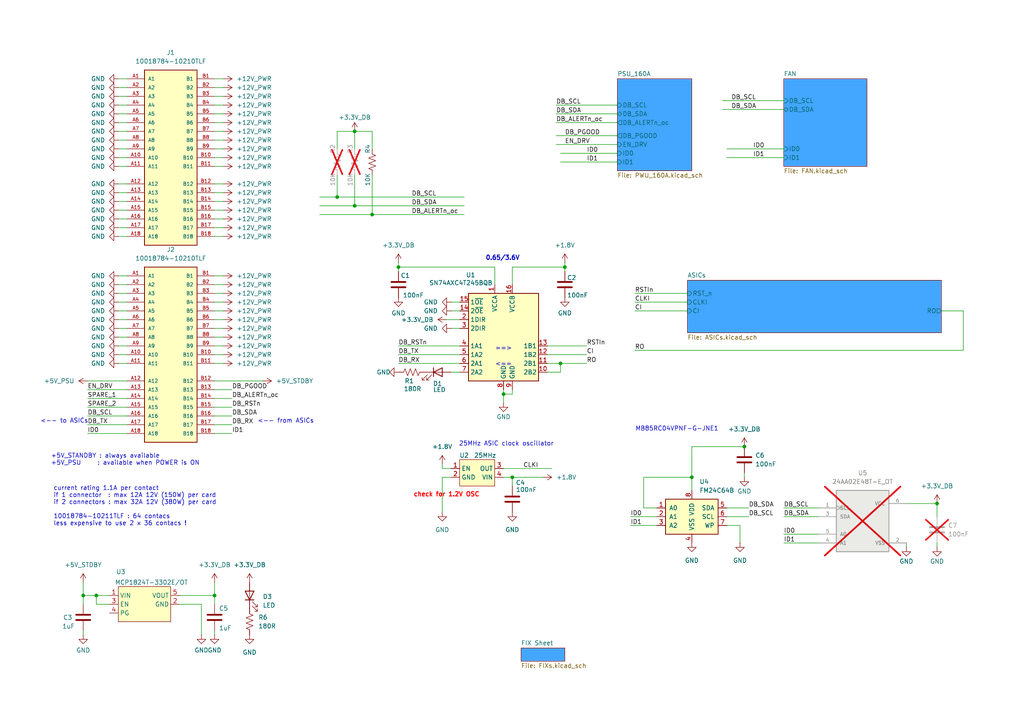
<source format=kicad_sch>
(kicad_sch (version 20231120) (generator "eeschema") (generator_version "8.0")
  (paper "A4")
  (lib_symbols
    (symbol "10018784-10210TLF:10018784-10210TLF" (pin_names (offset 1.016))
      (property "Reference" "J" (at -7.6109 26.1679 0))
      (property "Value" "10018784-10210TLF" (at -7.6106 -28.0246 0))
      (symbol "10018784-10210TLF_0_0"
        (rectangle (start -7.62 -25.4) (end 7.62 25.4) (stroke (width 0.254)) (fill (type background)))
        (pin passive line (at -12.7 22.86 0) (length 5.08) (name "A1") (number "A1"))
        (pin passive line (at -12.7 0 0) (length 5.08) (name "A10") (number "A10"))
        (pin passive line (at -12.7 -2.54 0) (length 5.08) (name "A11") (number "A11"))
        (pin passive line (at -12.7 -7.62 0) (length 5.08) (name "A12") (number "A12"))
        (pin passive line (at -12.7 -10.16 0) (length 5.08) (name "A13") (number "A13"))
        (pin passive line (at -12.7 -12.7 0) (length 5.08) (name "A14") (number "A14"))
        (pin passive line (at -12.7 -15.24 0) (length 5.08) (name "A15") (number "A15"))
        (pin passive line (at -12.7 -17.78 0) (length 5.08) (name "A16") (number "A16"))
        (pin passive line (at -12.7 -20.32 0) (length 5.08) (name "A17") (number "A17"))
        (pin passive line (at -12.7 -22.86 0) (length 5.08) (name "A18") (number "A18"))
        (pin passive line (at -12.7 20.32 0) (length 5.08) (name "A2") (number "A2"))
        (pin passive line (at -12.7 17.78 0) (length 5.08) (name "A3") (number "A3"))
        (pin passive line (at -12.7 15.24 0) (length 5.08) (name "A4") (number "A4"))
        (pin passive line (at -12.7 12.7 0) (length 5.08) (name "A5") (number "A5"))
        (pin passive line (at -12.7 10.16 0) (length 5.08) (name "A6") (number "A6"))
        (pin passive line (at -12.7 7.62 0) (length 5.08) (name "A7") (number "A7"))
        (pin passive line (at -12.7 5.08 0) (length 5.08) (name "A8") (number "A8"))
        (pin passive line (at -12.7 2.54 0) (length 5.08) (name "A9") (number "A9"))
        (pin passive line (at 12.7 22.86 180) (length 5.08) (name "B1") (number "B1"))
        (pin passive line (at 12.7 0 180) (length 5.08) (name "B10") (number "B10"))
        (pin passive line (at 12.7 -2.54 180) (length 5.08) (name "B11") (number "B11"))
        (pin passive line (at 12.7 -7.62 180) (length 5.08) (name "B12") (number "B12"))
        (pin passive line (at 12.7 -10.16 180) (length 5.08) (name "B13") (number "B13"))
        (pin passive line (at 12.7 -12.7 180) (length 5.08) (name "B14") (number "B14"))
        (pin passive line (at 12.7 -15.24 180) (length 5.08) (name "B15") (number "B15"))
        (pin passive line (at 12.7 -17.78 180) (length 5.08) (name "B16") (number "B16"))
        (pin passive line (at 12.7 -20.32 180) (length 5.08) (name "B17") (number "B17"))
        (pin passive line (at 12.7 -22.86 180) (length 5.08) (name "B18") (number "B18"))
        (pin passive line (at 12.7 20.32 180) (length 5.08) (name "B2") (number "B2"))
        (pin passive line (at 12.7 17.78 180) (length 5.08) (name "B3") (number "B3"))
        (pin passive line (at 12.7 15.24 180) (length 5.08) (name "B4") (number "B4"))
        (pin passive line (at 12.7 12.7 180) (length 5.08) (name "B5") (number "B5"))
        (pin passive line (at 12.7 10.16 180) (length 5.08) (name "B6") (number "B6"))
        (pin passive line (at 12.7 7.62 180) (length 5.08) (name "B7") (number "B7"))
        (pin passive line (at 12.7 5.08 180) (length 5.08) (name "B8") (number "B8"))
        (pin passive line (at 12.7 2.54 180) (length 5.08) (name "B9") (number "B9"))
      )
    )
    (symbol "24AA025E48T-E_OT_1" (pin_names (offset 1.016))
      (property "Reference" "U" (at -7.62 10.668 0))
      (property "Value" "24AA025E48T-E_OT" (at -7.62 -10.16 0))
      (symbol "24AA025E48T-E_OT_1_0_0"
        (rectangle (start -7.62 -7.62) (end 7.62 10.16) (stroke (width 0.254)) (fill (type background)))
        (pin input clock (at -12.7 5.08 0) (length 5.08) (name "SCL") (number "1"))
        (pin bidirectional line (at -12.7 2.54 0) (length 5.08) (name "SDA") (number "3"))
        (pin input line (at -12.7 -5.08 0) (length 5.08) (name "A1") (number "4"))
        (pin input line (at -12.7 -2.54 0) (length 5.08) (name "A0") (number "5"))
        (pin power_in line (at 12.7 6.35 180) (length 5.08) (name "VCC") (number "6"))
      )
      (symbol "24AA025E48T-E_OT_1_1_0"
        (pin power_out line (at 12.7 -5.08 180) (length 5.08) (name "VSS") (number "2"))
      )
    )
    (symbol "Device:C" (pin_numbers hide) (pin_names (offset 0.254))
      (property "Reference" "C" (at 0.635 2.54 0))
      (property "Value" "C" (at 0.635 -2.54 0))
      (symbol "C_0_1"
        (polyline (pts (xy -2.032 -0.762) (xy 2.032 -0.762)) (stroke (width 0.508)))
        (polyline (pts (xy -2.032 0.762) (xy 2.032 0.762)) (stroke (width 0.508)))
      )
      (symbol "C_1_1"
        (pin passive line (at 0 3.81 270) (length 2.794) (name "~") (number "1"))
        (pin passive line (at 0 -3.81 90) (length 2.794) (name "~") (number "2"))
      )
    )
    (symbol "Device:LED" (pin_numbers hide) (pin_names (offset 1.016) hide)
      (property "Reference" "D" (at 0 2.54 0))
      (property "Value" "LED" (at 0 -2.54 0))
      (symbol "LED_0_1"
        (polyline (pts (xy -1.27 -1.27) (xy -1.27 1.27)) (stroke (width 0.254)))
        (polyline (pts (xy -1.27 0) (xy 1.27 0)))
        (polyline (pts (xy 1.27 -1.27) (xy 1.27 1.27) (xy -1.27 0) (xy 1.27 -1.27)) (stroke (width 0.254)))
        (polyline (pts (xy -3.048 -0.762) (xy -4.572 -2.286) (xy -3.81 -2.286) (xy -4.572 -2.286) (xy -4.572 -1.524)))
        (polyline (pts (xy -1.778 -0.762) (xy -3.302 -2.286) (xy -2.54 -2.286) (xy -3.302 -2.286) (xy -3.302 -1.524)))
      )
      (symbol "LED_1_1"
        (pin passive line (at -3.81 0 0) (length 2.54) (name "K") (number "1"))
        (pin passive line (at 3.81 0 180) (length 2.54) (name "A") (number "2"))
      )
    )
    (symbol "Device:R_US" (pin_numbers hide) (pin_names (offset 0))
      (property "Reference" "R" (at 2.54 0 90))
      (property "Value" "R_US" (at -2.54 0 90))
      (symbol "R_US_0_1"
        (polyline (pts (xy 0 -2.286) (xy 0 -2.54)))
        (polyline (pts (xy 0 2.286) (xy 0 2.54)))
        (polyline (pts (xy 0 -0.762) (xy 1.016 -1.143) (xy 0 -1.524) (xy -1.016 -1.905) (xy 0 -2.286)))
        (polyline (pts (xy 0 0.762) (xy 1.016 0.381) (xy 0 0) (xy -1.016 -0.381) (xy 0 -0.762)))
        (polyline (pts (xy 0 2.286) (xy 1.016 1.905) (xy 0 1.524) (xy -1.016 1.143) (xy 0 0.762)))
      )
      (symbol "R_US_1_1"
        (pin passive line (at 0 3.81 270) (length 1.27) (name "~") (number "1"))
        (pin passive line (at 0 -3.81 90) (length 1.27) (name "~") (number "2"))
      )
    )
    (symbol "EKO_Miner_ASIClib:SN74AXC4T245BQB"
      (property "Reference" "U" (at 6.604 16.002 0))
      (property "Value" "SN74AXC4T245BQB" (at 14.986 13.97 0))
      (symbol "SN74AXC4T245BQB_0_1"
        (rectangle (start -10.16 12.7) (end 10.16 -12.7) (stroke (width 0.254)) (fill (type background)))
      )
      (symbol "SN74AXC4T245BQB_1_1"
        (pin power_in line (at -2.54 15.24 270) (length 2.54) (name "VCCA") (number "1"))
        (pin bidirectional line (at 12.7 -10.16 180) (length 2.54) (name "2B2") (number "10"))
        (pin bidirectional line (at 12.7 -7.62 180) (length 2.54) (name "2B1") (number "11"))
        (pin bidirectional line (at 12.7 -5.08 180) (length 2.54) (name "1B2") (number "12"))
        (pin bidirectional line (at 12.7 -2.54 180) (length 2.54) (name "1B1") (number "13"))
        (pin input line (at -12.7 7.62 0) (length 2.54) (name "2~{OE}") (number "14"))
        (pin input line (at -12.7 10.16 0) (length 2.54) (name "1~{OE}") (number "15"))
        (pin power_in line (at 2.54 15.24 270) (length 2.54) (name "VCCB") (number "16"))
        (pin input line (at -12.7 5.08 0) (length 2.54) (name "1DIR") (number "2"))
        (pin input line (at -12.7 2.54 0) (length 2.54) (name "2DIR") (number "3"))
        (pin bidirectional line (at -12.7 -2.54 0) (length 2.54) (name "1A1") (number "4"))
        (pin bidirectional line (at -12.7 -5.08 0) (length 2.54) (name "1A2") (number "5"))
        (pin bidirectional line (at -12.7 -7.62 0) (length 2.54) (name "2A1") (number "6"))
        (pin bidirectional line (at -12.7 -10.16 0) (length 2.54) (name "2A2") (number "7"))
        (pin power_in line (at 0 -15.24 90) (length 2.54) (name "GND") (number "8"))
        (pin power_in line (at 2.54 -15.24 90) (length 2.54) (name "GND") (number "9"))
      )
    )
    (symbol "MCP1824_1"
      (property "Reference" "U" (at -7.62 5.08 0))
      (property "Value" "MCP1824_1" (at 5.08 5.08 0))
      (symbol "MCP1824_1_0_1"
        (rectangle (start -7.62 3.81) (end 7.62 -6.35) (stroke (width 0.1524)) (fill (type background)))
      )
      (symbol "MCP1824_1_1_0"
        (pin bidirectional line (at -10.16 1.27 0) (length 2.54) (name "VIN") (number "1"))
        (pin bidirectional line (at 10.16 -1.27 180) (length 2.54) (name "GND") (number "2"))
        (pin bidirectional line (at -10.16 -1.27 0) (length 2.54) (name "EN") (number "3"))
        (pin bidirectional line (at -10.16 -3.81 0) (length 2.54) (name "PG") (number "4"))
        (pin bidirectional line (at 10.16 1.27 180) (length 2.54) (name "VOUT") (number "5"))
      )
    )
    (symbol "Memory_NVRAM:FM24C64B" (pin_names (offset 1.016))
      (property "Reference" "U" (at -5.08 8.89 0))
      (property "Value" "FM24C64B" (at 6.35 -8.89 0))
      (symbol "FM24C64B_0_1"
        (rectangle (start -7.62 5.08) (end 7.62 -5.08) (stroke (width 0.254)) (fill (type background)))
      )
      (symbol "FM24C64B_1_1"
        (pin input line (at -10.16 2.54 0) (length 2.54) (name "A0") (number "1"))
        (pin input line (at -10.16 0 0) (length 2.54) (name "A1") (number "2"))
        (pin input line (at -10.16 -2.54 0) (length 2.54) (name "A2") (number "3"))
        (pin power_in line (at 0 -7.62 90) (length 2.54) (name "VSS") (number "4"))
        (pin bidirectional line (at 10.16 2.54 180) (length 2.54) (name "SDA") (number "5"))
        (pin input line (at 10.16 0 180) (length 2.54) (name "SCL") (number "6"))
        (pin input line (at 10.16 -2.54 180) (length 2.54) (name "WP") (number "7"))
        (pin power_in line (at 0 7.62 270) (length 2.54) (name "VDD") (number "8"))
      )
    )
    (symbol "bitaxe:oscillator"
      (property "Reference" "U" (at -3.81 5.08 0))
      (property "Value" "oscillator" (at 0 -5.08 0))
      (symbol "oscillator_0_1"
        (rectangle (start -5.08 3.81) (end 5.08 -3.81) (stroke (width 0.1524)) (fill (type background)))
      )
      (symbol "oscillator_1_0"
        (pin bidirectional line (at -7.62 1.27 0) (length 2.54) (name "EN") (number "1"))
        (pin bidirectional line (at -7.62 -1.27 0) (length 2.54) (name "GND") (number "2"))
        (pin bidirectional line (at 7.62 1.27 180) (length 2.54) (name "OUT") (number "3"))
        (pin bidirectional line (at 7.62 -1.27 180) (length 2.54) (name "VIN") (number "4"))
      )
    )
    (symbol "power:+3.3V" (power) (pin_names (offset 0))
      (property "Value" "+3.3V" (at 0 3.556 0))
      (symbol "+3.3V_0_1"
        (polyline (pts (xy -0.762 1.27) (xy 0 2.54)))
        (polyline (pts (xy 0 0) (xy 0 2.54)))
        (polyline (pts (xy 0 2.54) (xy 0.762 1.27)))
      )
      (symbol "+3.3V_1_1"
        (pin power_in line (at 0 0 90) (length 0) hide (name "+3.3V") (number "1"))
      )
    )
    (symbol "power:GND" (power) (pin_numbers hide) (pin_names (offset 0) hide)
      (property "Value" "GND" (at 0 -3.81 0))
      (symbol "GND_0_1"
        (polyline (pts (xy 0 0) (xy 0 -1.27) (xy 1.27 -1.27) (xy 0 -2.54) (xy -1.27 -1.27) (xy 0 -1.27)))
      )
      (symbol "GND_1_1"
        (pin power_in line (at 0 0 270) (length 0) (name "~") (number "1"))
      )
    )
    (symbol "power:VDD" (power) (pin_numbers hide) (pin_names (offset 0) hide)
      (property "Value" "VDD" (at 0 3.556 0))
      (symbol "VDD_0_1"
        (polyline (pts (xy -0.762 1.27) (xy 0 2.54)))
        (polyline (pts (xy 0 0) (xy 0 2.54)))
        (polyline (pts (xy 0 2.54) (xy 0.762 1.27)))
      )
      (symbol "VDD_1_1"
        (pin power_in line (at 0 0 90) (length 0) (name "~") (number "1"))
      )
    )
  )
  (junction (at 97.79 57.15))
  (junction (at 102.87 38.1))
  (junction (at 200.66 138.43))
  (junction (at 271.78 146.05))
  (junction (at 215.9 129.54))
  (junction (at 146.05 114.3))
  (junction (at 115.57 77.47))
  (junction (at 107.95 62.23))
  (junction (at 24.13 172.72))
  (junction (at 62.23 172.72))
  (junction (at 102.87 59.69))
  (junction (at 148.59 138.43))
  (junction (at 163.83 77.47))
  (junction (at 162.56 105.41))
  (junction (at 27.94 172.72))
  (wire (pts (xy 92.71 57.15) (xy 97.79 57.15)))
  (wire (pts (xy 133.35 92.71) (xy 129.54 92.71)))
  (wire (pts (xy 115.57 102.87) (xy 133.35 102.87)))
  (wire (pts (xy 24.13 172.72) (xy 24.13 175.26)))
  (wire (pts (xy 62.23 33.02) (xy 64.77 33.02)))
  (wire (pts (xy 158.75 100.33) (xy 170.18 100.33)))
  (wire (pts (xy 107.95 62.23) (xy 134.62 62.23)))
  (wire (pts (xy 25.4 115.57) (xy 36.83 115.57)))
  (wire (pts (xy 107.95 50.8) (xy 107.95 62.23)))
  (wire (pts (xy 62.23 43.18) (xy 64.77 43.18)))
  (wire (pts (xy 25.4 110.49) (xy 36.83 110.49)))
  (wire (pts (xy 25.4 120.65) (xy 36.83 120.65)))
  (wire (pts (xy 24.13 168.91) (xy 24.13 172.72)))
  (wire (pts (xy 148.59 138.43) (xy 148.59 140.97)))
  (wire (pts (xy 34.29 102.87) (xy 36.83 102.87)))
  (wire (pts (xy 25.4 123.19) (xy 36.83 123.19)))
  (wire (pts (xy 64.77 92.71) (xy 62.23 92.71)))
  (wire (pts (xy 182.88 149.86) (xy 190.5 149.86)))
  (wire (pts (xy 158.75 105.41) (xy 162.56 105.41)))
  (wire (pts (xy 62.23 60.96) (xy 64.77 60.96)))
  (wire (pts (xy 34.29 33.02) (xy 36.83 33.02)))
  (wire (pts (xy 209.55 29.21) (xy 227.33 29.21)))
  (wire (pts (xy 146.05 114.3) (xy 148.59 114.3)))
  (wire (pts (xy 34.29 100.33) (xy 36.83 100.33)))
  (wire (pts (xy 200.66 142.24) (xy 200.66 138.43)))
  (wire (pts (xy 34.29 60.96) (xy 36.83 60.96)))
  (wire (pts (xy 279.4 101.6) (xy 279.4 90.17)))
  (wire (pts (xy 24.13 172.72) (xy 27.94 172.72)))
  (wire (pts (xy 34.29 87.63) (xy 36.83 87.63)))
  (wire (pts (xy 179.07 46.99) (xy 162.56 46.99)))
  (wire (pts (xy 210.82 149.86) (xy 217.17 149.86)))
  (wire (pts (xy 64.77 87.63) (xy 62.23 87.63)))
  (wire (pts (xy 34.29 53.34) (xy 36.83 53.34)))
  (wire (pts (xy 128.27 138.43) (xy 128.27 148.59)))
  (wire (pts (xy 27.94 172.72) (xy 31.75 172.72)))
  (wire (pts (xy 62.23 184.15) (xy 62.23 182.88)))
  (wire (pts (xy 34.29 45.72) (xy 36.83 45.72)))
  (wire (pts (xy 64.77 22.86) (xy 62.23 22.86)))
  (wire (pts (xy 34.29 55.88) (xy 36.83 55.88)))
  (wire (pts (xy 34.29 22.86) (xy 36.83 22.86)))
  (wire (pts (xy 115.57 78.74) (xy 115.57 77.47)))
  (wire (pts (xy 227.33 147.32) (xy 237.49 147.32)))
  (wire (pts (xy 34.29 40.64) (xy 36.83 40.64)))
  (wire (pts (xy 158.75 102.87) (xy 170.18 102.87)))
  (wire (pts (xy 128.27 135.89) (xy 128.27 134.62)))
  (wire (pts (xy 58.42 184.15) (xy 58.42 175.26)))
  (wire (pts (xy 115.57 105.41) (xy 133.35 105.41)))
  (wire (pts (xy 97.79 38.1) (xy 102.87 38.1)))
  (wire (pts (xy 148.59 77.47) (xy 148.59 82.55)))
  (wire (pts (xy 163.83 78.74) (xy 163.83 77.47)))
  (wire (pts (xy 34.29 90.17) (xy 36.83 90.17)))
  (wire (pts (xy 162.56 107.95) (xy 158.75 107.95)))
  (wire (pts (xy 34.29 38.1) (xy 36.83 38.1)))
  (wire (pts (xy 146.05 114.3) (xy 146.05 116.84)))
  (wire (pts (xy 34.29 35.56) (xy 36.83 35.56)))
  (wire (pts (xy 62.23 110.49) (xy 76.2 110.49)))
  (wire (pts (xy 227.33 154.94) (xy 237.49 154.94)))
  (wire (pts (xy 64.77 63.5) (xy 62.23 63.5)))
  (wire (pts (xy 62.23 125.73) (xy 67.31 125.73)))
  (wire (pts (xy 64.77 30.48) (xy 62.23 30.48)))
  (wire (pts (xy 179.07 44.45) (xy 162.56 44.45)))
  (wire (pts (xy 64.77 45.72) (xy 62.23 45.72)))
  (wire (pts (xy 34.29 80.01) (xy 36.83 80.01)))
  (wire (pts (xy 146.05 135.89) (xy 160.02 135.89)))
  (wire (pts (xy 184.15 85.09) (xy 199.39 85.09)))
  (wire (pts (xy 262.89 158.75) (xy 262.89 157.48)))
  (wire (pts (xy 200.66 138.43) (xy 200.66 129.54)))
  (wire (pts (xy 227.33 43.18) (xy 210.82 43.18)))
  (wire (pts (xy 34.29 27.94) (xy 36.83 27.94)))
  (wire (pts (xy 102.87 50.8) (xy 102.87 59.69)))
  (wire (pts (xy 128.27 138.43) (xy 130.81 138.43)))
  (wire (pts (xy 161.29 30.48) (xy 179.07 30.48)))
  (wire (pts (xy 227.33 45.72) (xy 210.82 45.72)))
  (wire (pts (xy 62.23 25.4) (xy 64.77 25.4)))
  (wire (pts (xy 115.57 100.33) (xy 133.35 100.33)))
  (wire (pts (xy 102.87 38.1) (xy 102.87 43.18)))
  (wire (pts (xy 34.29 97.79) (xy 36.83 97.79)))
  (wire (pts (xy 186.69 138.43) (xy 200.66 138.43)))
  (wire (pts (xy 64.77 58.42) (xy 62.23 58.42)))
  (wire (pts (xy 130.81 107.95) (xy 133.35 107.95)))
  (wire (pts (xy 34.29 85.09) (xy 36.83 85.09)))
  (wire (pts (xy 62.23 90.17) (xy 64.77 90.17)))
  (wire (pts (xy 62.23 120.65) (xy 67.31 120.65)))
  (wire (pts (xy 184.15 101.6) (xy 279.4 101.6)))
  (wire (pts (xy 115.57 77.47) (xy 115.57 76.2)))
  (wire (pts (xy 133.35 90.17) (xy 130.81 90.17)))
  (wire (pts (xy 64.77 97.79) (xy 62.23 97.79)))
  (wire (pts (xy 27.94 172.72) (xy 27.94 175.26)))
  (wire (pts (xy 62.23 172.72) (xy 62.23 175.26)))
  (wire (pts (xy 214.63 152.4) (xy 214.63 157.48)))
  (wire (pts (xy 64.77 40.64) (xy 62.23 40.64)))
  (wire (pts (xy 184.15 87.63) (xy 199.39 87.63)))
  (wire (pts (xy 210.82 152.4) (xy 214.63 152.4)))
  (wire (pts (xy 133.35 95.25) (xy 130.81 95.25)))
  (wire (pts (xy 102.87 59.69) (xy 134.62 59.69)))
  (wire (pts (xy 62.23 66.04) (xy 64.77 66.04)))
  (wire (pts (xy 62.23 115.57) (xy 67.31 115.57)))
  (wire (pts (xy 146.05 113.03) (xy 146.05 114.3)))
  (wire (pts (xy 34.29 82.55) (xy 36.83 82.55)))
  (wire (pts (xy 162.56 105.41) (xy 162.56 107.95)))
  (wire (pts (xy 227.33 157.48) (xy 237.49 157.48)))
  (wire (pts (xy 62.23 95.25) (xy 64.77 95.25)))
  (wire (pts (xy 184.15 90.17) (xy 199.39 90.17)))
  (wire (pts (xy 34.29 43.18) (xy 36.83 43.18)))
  (wire (pts (xy 62.23 105.41) (xy 64.77 105.41)))
  (wire (pts (xy 97.79 43.18) (xy 97.79 38.1)))
  (wire (pts (xy 97.79 57.15) (xy 134.62 57.15)))
  (wire (pts (xy 64.77 53.34) (xy 62.23 53.34)))
  (wire (pts (xy 161.29 35.56) (xy 179.07 35.56)))
  (wire (pts (xy 34.29 95.25) (xy 36.83 95.25)))
  (wire (pts (xy 64.77 35.56) (xy 62.23 35.56)))
  (wire (pts (xy 279.4 90.17) (xy 273.05 90.17)))
  (wire (pts (xy 34.29 58.42) (xy 36.83 58.42)))
  (wire (pts (xy 271.78 149.86) (xy 271.78 146.05)))
  (wire (pts (xy 34.29 66.04) (xy 36.83 66.04)))
  (wire (pts (xy 115.57 77.47) (xy 143.51 77.47)))
  (wire (pts (xy 58.42 175.26) (xy 52.07 175.26)))
  (wire (pts (xy 62.23 118.11) (xy 67.31 118.11)))
  (wire (pts (xy 62.23 113.03) (xy 67.31 113.03)))
  (wire (pts (xy 161.29 33.02) (xy 179.07 33.02)))
  (wire (pts (xy 64.77 68.58) (xy 62.23 68.58)))
  (wire (pts (xy 62.23 168.91) (xy 62.23 172.72)))
  (wire (pts (xy 34.29 48.26) (xy 36.83 48.26)))
  (wire (pts (xy 163.83 77.47) (xy 163.83 76.2)))
  (wire (pts (xy 148.59 138.43) (xy 157.48 138.43)))
  (wire (pts (xy 148.59 113.03) (xy 148.59 114.3)))
  (wire (pts (xy 162.56 105.41) (xy 170.18 105.41)))
  (wire (pts (xy 143.51 82.55) (xy 143.51 77.47)))
  (wire (pts (xy 62.23 100.33) (xy 64.77 100.33)))
  (wire (pts (xy 34.29 63.5) (xy 36.83 63.5)))
  (wire (pts (xy 128.27 135.89) (xy 130.81 135.89)))
  (wire (pts (xy 25.4 118.11) (xy 36.83 118.11)))
  (wire (pts (xy 186.69 147.32) (xy 186.69 138.43)))
  (wire (pts (xy 148.59 77.47) (xy 163.83 77.47)))
  (wire (pts (xy 34.29 68.58) (xy 36.83 68.58)))
  (wire (pts (xy 25.4 125.73) (xy 36.83 125.73)))
  (wire (pts (xy 62.23 38.1) (xy 64.77 38.1)))
  (wire (pts (xy 227.33 149.86) (xy 237.49 149.86)))
  (wire (pts (xy 161.29 39.37) (xy 179.07 39.37)))
  (wire (pts (xy 34.29 92.71) (xy 36.83 92.71)))
  (wire (pts (xy 62.23 48.26) (xy 64.77 48.26)))
  (wire (pts (xy 97.79 50.8) (xy 97.79 57.15)))
  (wire (pts (xy 34.29 25.4) (xy 36.83 25.4)))
  (wire (pts (xy 200.66 129.54) (xy 215.9 129.54)))
  (wire (pts (xy 25.4 113.03) (xy 36.83 113.03)))
  (wire (pts (xy 27.94 175.26) (xy 31.75 175.26)))
  (wire (pts (xy 62.23 82.55) (xy 64.77 82.55)))
  (wire (pts (xy 64.77 27.94) (xy 62.23 27.94)))
  (wire (pts (xy 62.23 55.88) (xy 64.77 55.88)))
  (wire (pts (xy 271.78 157.48) (xy 271.78 158.75)))
  (wire (pts (xy 34.29 105.41) (xy 36.83 105.41)))
  (wire (pts (xy 182.88 152.4) (xy 190.5 152.4)))
  (wire (pts (xy 262.89 146.05) (xy 271.78 146.05)))
  (wire (pts (xy 209.55 31.75) (xy 227.33 31.75)))
  (wire (pts (xy 210.82 147.32) (xy 217.17 147.32)))
  (wire (pts (xy 146.05 138.43) (xy 148.59 138.43)))
  (wire (pts (xy 190.5 147.32) (xy 186.69 147.32)))
  (wire (pts (xy 92.71 62.23) (xy 107.95 62.23)))
  (wire (pts (xy 62.23 123.19) (xy 67.31 123.19)))
  (wire (pts (xy 64.77 85.09) (xy 62.23 85.09)))
  (wire (pts (xy 92.71 59.69) (xy 102.87 59.69)))
  (wire (pts (xy 161.29 41.91) (xy 179.07 41.91)))
  (wire (pts (xy 34.29 30.48) (xy 36.83 30.48)))
  (wire (pts (xy 107.95 38.1) (xy 107.95 43.18)))
  (wire (pts (xy 215.9 137.16) (xy 215.9 138.43)))
  (wire (pts (xy 64.77 80.01) (xy 62.23 80.01)))
  (wire (pts (xy 64.77 102.87) (xy 62.23 102.87)))
  (wire (pts (xy 52.07 172.72) (xy 62.23 172.72)))
  (wire (pts (xy 24.13 184.15) (xy 24.13 182.88)))
  (wire (pts (xy 130.81 87.63) (xy 133.35 87.63)))
  (wire (pts (xy 102.87 38.1) (xy 107.95 38.1)))
  (text "<-- from ASICs" (at 74.676 122.174 0) (effects (font (size 1.27 1.27)) (justify left)))
  (text "==>" (at 146.05 101.092 0) (effects (font (size 1.27 1.27))))
  (text "0.65/3.6V" (at 145.796 74.93 0) (effects (font (size 1.27 1.27) (bold yes))))
  (text "MB85RC04VPNF-G-JNE1" (at 196.342 124.46 0) (effects (font (size 1.27 1.27))))
  (text "<==" (at 146.05 105.664 0) (effects (font (size 1.27 1.27))))
  (text "<-- to ASICs" (at 11.684 122.174 0) (effects (font (size 1.27 1.27)) (justify left)))
  (text "25MHz ASIC clock oscillator" (at 133.096 129.54 0) (effects (font (size 1.27 1.27)) (justify left bottom)))
  (text "current rating 1.1A per contact\nif 1 connector  : max 12A 12V (150W) per card\nif 2 connectors : max 32A 12V (380W) per card\n\n10018784-10211TLF : 64 contacs\nless expensive to use 2 x 36 contacs !" (at 15.494 146.812 0) (effects (font (size 1.27 1.27)) (justify left)))
  (text "check for 1.2V OSC" (at 119.888 144.272 0) (effects (font (size 1.27 1.27) (thickness 0.254) (bold yes)) (justify left bottom)))
  (text "+5V_STANDBY : always available\n+5V_PSU     : available when POWER is ON" (at 14.732 133.35 0) (effects (font (size 1.27 1.27)) (justify left)))
  (label "DB_PGOOD" (at 67.31 113.03 0))
  (label "DB_RX" (at 115.57 105.41 0))
  (label "ID0" (at 182.88 149.86 0))
  (label "EN_DRV" (at 25.4 113.03 0))
  (label "SPARE_1" (at 25.4 115.57 0))
  (label "SPARE_2" (at 25.4 118.11 0))
  (label "DB_SDA" (at 67.31 120.65 0))
  (label "CLKI" (at 184.15 87.63 0))
  (label "DB_SCL" (at 212.09 29.21 0))
  (label "RSTIn" (at 184.15 85.09 0))
  (label "DB_RSTn" (at 115.57 100.33 0))
  (label "DB_ALERTn_oc" (at 161.29 35.56 0))
  (label "CI" (at 184.15 90.17 0))
  (label "DB_SDA" (at 217.17 147.32 0))
  (label "DB_ALERTn_oc" (at 67.31 115.57 0))
  (label "DB_ALERTn_oc" (at 119.38 62.23 0))
  (label "CLKI" (at 151.765 135.89 0))
  (label "ID1" (at 170.18 46.99 0))
  (label "RO" (at 170.18 105.41 0))
  (label "DB_SCL" (at 25.4 120.65 0))
  (label "DB_SDA" (at 161.29 33.02 0))
  (label "ID1" (at 227.33 157.48 0))
  (label "ID1" (at 218.44 45.72 0))
  (label "DB_TX" (at 115.57 102.87 0))
  (label "DB_SCL" (at 119.38 57.15 0))
  (label "RSTIn" (at 170.18 100.33 0))
  (label "ID1" (at 67.31 125.73 0))
  (label "DB_RSTn" (at 67.31 118.11 0))
  (label "ID0" (at 25.4 125.73 0))
  (label "ID0" (at 218.44 43.18 0))
  (label "RO" (at 184.15 101.6 0))
  (label "DB_SDA" (at 119.38 59.69 0))
  (label "DB_PGOOD" (at 163.83 39.37 0))
  (label "CI" (at 170.18 102.87 0))
  (label "DB_SDA" (at 227.33 149.86 0))
  (label "ID1" (at 182.88 152.4 0))
  (label "ID0" (at 227.33 154.94 0))
  (label "DB_RX" (at 67.31 123.19 0))
  (label "EN_DRV" (at 163.83 41.91 0))
  (label "DB_SCL" (at 217.17 149.86 0))
  (label "ID0" (at 170.18 44.45 0))
  (label "DB_TX" (at 25.4 123.19 0))
  (label "DB_SDA" (at 212.09 31.75 0))
  (label "DB_SCL" (at 227.33 147.32 0))
  (label "DB_SCL" (at 161.29 30.48 0))
  (symbol (lib_id "power:GND") (at 58.42 184.15 0) (mirror y) (unit 1)
    (property "Reference" "#PWR079" (effects (hide yes)))
    (property "Value" "GND" (at 58.42 188.595 0))
  )
  (symbol (lib_id "power:+3.3V") (at 102.87 38.1 0) (unit 1)
    (property "Reference" "#PWR071" (effects (hide yes)))
    (property "Value" "+3.3V_DB" (at 102.87 34.036 0))
  )
  (symbol (lib_id "power:+3.3V") (at 64.77 22.86 270) (unit 1)
    (property "Reference" "#PWR039" (effects (hide yes)))
    (property "Value" "+12V_PWR" (at 68.58 22.8599 90) (effects (justify left)))
  )
  (symbol (lib_id "power:GND") (at 128.27 148.59 0) (unit 1)
    (property "Reference" "#PWR073" (effects (hide yes)))
    (property "Value" "GND" (at 128.27 153.67 0))
    (property "Description" "Power symbol creates a global label with name \"GND\" , ground" (effects (hide yes)))
  )
  (symbol (lib_id "power:GND") (at 24.13 184.15 0) (mirror y) (unit 1)
    (property "Reference" "#PWR075" (effects (hide yes)))
    (property "Value" "GND" (at 24.13 188.595 0))
  )
  (symbol (lib_id "power:GND") (at 34.29 48.26 270) (unit 1)
    (property "Reference" "#PWR015" (effects (hide yes)))
    (property "Value" "GND" (at 30.48 48.2599 90) (effects (justify right)))
    (property "Description" "Power symbol creates a global label with name \"GND\" , ground" (effects (hide yes)))
  )
  (symbol (lib_id "power:+3.3V") (at 64.77 27.94 270) (unit 1)
    (property "Reference" "#PWR041" (effects (hide yes)))
    (property "Value" "+12V_PWR" (at 68.58 27.9399 90) (effects (justify left)))
  )
  (symbol (lib_id "power:GND") (at 34.29 27.94 270) (unit 1)
    (property "Reference" "#PWR07" (effects (hide yes)))
    (property "Value" "GND" (at 30.48 27.9399 90) (effects (justify right)))
    (property "Description" "Power symbol creates a global label with name \"GND\" , ground" (effects (hide yes)))
  )
  (symbol (lib_id "power:GND") (at 34.29 25.4 270) (unit 1)
    (property "Reference" "#PWR06" (effects (hide yes)))
    (property "Value" "GND" (at 30.48 25.3999 90) (effects (justify right)))
    (property "Description" "Power symbol creates a global label with name \"GND\" , ground" (effects (hide yes)))
  )
  (symbol (lib_id "power:+3.3V") (at 64.77 60.96 270) (unit 1)
    (property "Reference" "#PWR053" (effects (hide yes)))
    (property "Value" "+12V_PWR" (at 68.58 60.9599 90) (effects (justify left)))
  )
  (symbol (lib_id "power:GND") (at 34.29 63.5 270) (unit 1)
    (property "Reference" "#PWR020" (effects (hide yes)))
    (property "Value" "GND" (at 30.48 63.4999 90) (effects (justify right)))
    (property "Description" "Power symbol creates a global label with name \"GND\" , ground" (effects (hide yes)))
  )
  (symbol (lib_id "power:+3.3V") (at 64.77 90.17 270) (unit 1)
    (property "Reference" "#PWR061" (effects (hide yes)))
    (property "Value" "+12V_PWR" (at 68.58 90.1699 90) (effects (justify left)))
  )
  (symbol (lib_id "power:GND") (at 34.29 100.33 270) (unit 1)
    (property "Reference" "#PWR031" (effects (hide yes)))
    (property "Value" "GND" (at 30.48 100.3299 90) (effects (justify right)))
    (property "Description" "Power symbol creates a global label with name \"GND\" , ground" (effects (hide yes)))
  )
  (symbol (lib_id "power:GND") (at 34.29 33.02 270) (unit 1)
    (property "Reference" "#PWR09" (effects (hide yes)))
    (property "Value" "GND" (at 30.48 33.0199 90) (effects (justify right)))
    (property "Description" "Power symbol creates a global label with name \"GND\" , ground" (effects (hide yes)))
  )
  (symbol (lib_id "power:GND") (at 34.29 58.42 270) (unit 1)
    (property "Reference" "#PWR018" (effects (hide yes)))
    (property "Value" "GND" (at 30.48 58.4199 90) (effects (justify right)))
    (property "Description" "Power symbol creates a global label with name \"GND\" , ground" (effects (hide yes)))
  )
  (symbol (lib_id "power:GND") (at 115.57 86.36 0) (mirror y) (unit 1)
    (property "Reference" "#PWR03" (effects (hide yes)))
    (property "Value" "GND" (at 115.57 90.805 0))
  )
  (symbol (lib_id "power:GND") (at 130.81 95.25 270) (mirror x) (unit 1)
    (property "Reference" "#PWR037" (effects (hide yes)))
    (property "Value" "GND" (at 127 95.2499 90) (effects (justify right)))
  )
  (symbol (lib_id "Device:C") (at 271.78 153.67 0) (unit 1) (dnp yes)
    (property "Reference" "C7" (at 274.955 152.4 0) (effects (justify left)))
    (property "Value" "100nF" (at 274.955 154.94 0) (effects (justify left)))
    (property "Footprint" "Capacitor_SMD:C_0402_1005Metric" (effects (hide yes)))
    (property "DK" "490-6321-1-ND" (effects (hide yes)))
    (property "PARTNO" "GRM155R71A104KA01D" (effects (hide yes)))
  )
  (symbol (lib_id "power:GND") (at 215.9 138.43 0) (unit 1)
    (property "Reference" "#PWR087" (effects (hide yes)))
    (property "Value" "GND" (at 215.9 142.494 0))
    (property "Description" "Power symbol creates a global label with name \"GND\" , ground" (effects (hide yes)))
  )
  (symbol (lib_id "power:+3.3V") (at 64.77 48.26 270) (unit 1)
    (property "Reference" "#PWR049" (effects (hide yes)))
    (property "Value" "+12V_PWR" (at 68.58 48.2599 90) (effects (justify left)))
  )
  (symbol (lib_id "power:VDD") (at 157.48 138.43 270) (unit 1)
    (property "Reference" "#PWR078" (effects (hide yes)))
    (property "Value" "+1.8V" (at 161.29 138.4299 90) (effects (justify left)))
    (property "Description" "Power symbol creates a global label with name \"VDD\"" (effects (hide yes)))
  )
  (symbol (lib_id "power:+3.3V") (at 115.57 76.2 0) (unit 1)
    (property "Reference" "#PWR02" (effects (hide yes)))
    (property "Value" "+3.3V_DB" (at 115.57 71.12 0))
  )
  (symbol (lib_id "bitaxe:oscillator") (at 138.43 137.16 0) (unit 1)
    (property "Reference" "U2" (at 134.62 132.08 0))
    (property "Value" "25MHz" (at 140.716 132.08 0))
    (property "Footprint" "Oscillator:Oscillator_SMD_Abracon_ASE-4Pin_3.2x2.5mm" (effects (hide yes)))
    (property "Datasheet" "https://www.jauch.com/downloadfile/5ef1edcfb8e2f73163c8ce8009ef659d1/jo32-1.8-3.3v.pdf" (effects (hide yes)))
    (property "DK" "1908-O250-JO32-B-1V3-1-T1-LFCT-ND" (effects (hide yes)))
    (property "PARTNO" "O 25,0-JO32-B-1V3-1-T1-LF" (effects (hide yes)))
  )
  (symbol (lib_id "power:GND") (at 34.29 30.48 270) (unit 1)
    (property "Reference" "#PWR08" (effects (hide yes)))
    (property "Value" "GND" (at 30.48 30.4799 90) (effects (justify right)))
    (property "Description" "Power symbol creates a global label with name \"GND\" , ground" (effects (hide yes)))
  )
  (symbol (lib_id "Device:R_US") (at 119.38 107.95 90) (unit 1)
    (property "Reference" "R1" (at 117.348 110.49 90) (effects (justify right)))
    (property "Value" "180R" (at 117.094 112.776 90) (effects (justify right)))
    (property "Footprint" "Resistor_SMD:R_0402_1005Metric" (effects (hide yes)))
  )
  (symbol (lib_id "power:+3.3V") (at 64.77 25.4 270) (unit 1)
    (property "Reference" "#PWR040" (effects (hide yes)))
    (property "Value" "+12V_PWR" (at 68.58 25.3999 90) (effects (justify left)))
  )
  (symbol (lib_id "Device:C") (at 62.23 179.07 0) (unit 1)
    (property "Reference" "C5" (at 63.5 177.165 0) (effects (justify left bottom)))
    (property "Value" "1uF" (at 63.5 182.88 0) (effects (justify left bottom)))
    (property "Footprint" "Capacitor_SMD:C_0402_1005Metric" (effects (hide yes)))
    (property "DK" "587-5514-1-ND" (effects (hide yes)))
    (property "PARTNO" "EMK105BJ105MV-F" (effects (hide yes)))
  )
  (symbol (lib_id "power:+3.3V") (at 215.9 129.54 0) (unit 1)
    (property "Reference" "#PWR086" (effects (hide yes)))
    (property "Value" "+3.3V_DB" (at 215.9 124.46 0))
  )
  (symbol (lib_id "power:+3.3V") (at 64.77 58.42 270) (unit 1)
    (property "Reference" "#PWR052" (effects (hide yes)))
    (property "Value" "+12V_PWR" (at 68.58 58.4199 90) (effects (justify left)))
  )
  (symbol (lib_id "power:GND") (at 271.78 158.75 0) (unit 1)
    (property "Reference" "#PWR091" (effects (hide yes)))
    (property "Value" "GND" (at 271.78 162.814 0))
    (property "Description" "Power symbol creates a global label with name \"GND\" , ground" (effects (hide yes)))
  )
  (symbol (lib_id "power:+3.3V") (at 64.77 85.09 270) (unit 1)
    (property "Reference" "#PWR059" (effects (hide yes)))
    (property "Value" "+12V_PWR" (at 68.58 85.0899 90) (effects (justify left)))
  )
  (symbol (lib_id "power:+3.3V") (at 64.77 33.02 270) (unit 1)
    (property "Reference" "#PWR043" (effects (hide yes)))
    (property "Value" "+12V_PWR" (at 68.58 33.0199 90) (effects (justify left)))
  )
  (symbol (lib_id "Device:R_US") (at 107.95 46.99 180) (unit 1)
    (property "Reference" "R4" (at 106.68 43.18 90))
    (property "Value" "10K" (at 106.68 52.07 90))
    (property "Footprint" "Resistor_SMD:R_0402_1005Metric" (effects (hide yes)))
  )
  (symbol (lib_id "power:GND") (at 72.39 184.15 0) (unit 1)
    (property "Reference" "#PWR083" (effects (hide yes)))
    (property "Value" "GND" (at 72.39 189.23 0))
    (property "Description" "Power symbol creates a global label with name \"GND\" , ground" (effects (hide yes)))
  )
  (symbol (lib_id "power:+3.3V") (at 64.77 87.63 270) (unit 1)
    (property "Reference" "#PWR060" (effects (hide yes)))
    (property "Value" "+12V_PWR" (at 68.58 87.6299 90) (effects (justify left)))
  )
  (symbol (lib_id "power:+3.3V") (at 64.77 66.04 270) (unit 1)
    (property "Reference" "#PWR055" (effects (hide yes)))
    (property "Value" "+12V_PWR" (at 68.58 66.0399 90) (effects (justify left)))
  )
  (symbol (lib_id "Device:C") (at 163.83 82.55 0) (unit 1)
    (property "Reference" "C2" (at 164.465 81.28 0) (effects (justify left bottom)))
    (property "Value" "100nF" (at 164.465 86.36 0) (effects (justify left bottom)))
    (property "Footprint" "Capacitor_SMD:C_0402_1005Metric" (effects (hide yes)))
    (property "DK" "1292-1639-1-ND" (effects (hide yes)))
    (property "PARTNO" "0402X104K100CT" (effects (hide yes)))
  )
  (symbol (lib_id "power:GND") (at 34.29 55.88 270) (unit 1)
    (property "Reference" "#PWR017" (effects (hide yes)))
    (property "Value" "GND" (at 30.48 55.8799 90) (effects (justify right)))
    (property "Description" "Power symbol creates a global label with name \"GND\" , ground" (effects (hide yes)))
  )
  (symbol (lib_id "power:+3.3V") (at 64.77 40.64 270) (unit 1)
    (property "Reference" "#PWR046" (effects (hide yes)))
    (property "Value" "+12V_PWR" (at 68.58 40.6399 90) (effects (justify left)))
  )
  (symbol (lib_id "power:GND") (at 34.29 80.01 270) (unit 1)
    (property "Reference" "#PWR023" (effects (hide yes)))
    (property "Value" "GND" (at 30.48 80.0099 90) (effects (justify right)))
    (property "Description" "Power symbol creates a global label with name \"GND\" , ground" (effects (hide yes)))
  )
  (symbol (lib_id "power:+3.3V") (at 64.77 38.1 270) (unit 1)
    (property "Reference" "#PWR045" (effects (hide yes)))
    (property "Value" "+12V_PWR" (at 68.58 38.0999 90) (effects (justify left)))
  )
  (symbol (lib_name "24AA025E48T-E_OT_1") (lib_id "EKO_Miner_ASIClib:24AA025E48T-E_OT") (at 250.19 152.4 0) (unit 1) (dnp yes)
    (property "Reference" "U5" (at 250.19 137.16 0))
    (property "Value" "24AA02E48T-E_OT" (at 250.19 139.7 0))
    (property "Footprint" "Package_TO_SOT_SMD:SOT-23-6" (effects (hide yes)))
    (property "MF" "Microchip" (effects (hide yes)))
    (property "SNAPEDA_PACKAGE_ID" "121498" (effects (hide yes)))
    (property "MAXIMUM_PACKAGE_HEIGHT" "1.45 mm" (effects (hide yes)))
    (property "Price" "None" (effects (hide yes)))
    (property "Package" "SOT-23-6 Microchip" (effects (hide yes)))
    (property "Check_prices" "https://www.snapeda.com/parts/24AA025E48T-E/OT/Microchip/view-part/?ref=eda" (effects (hide yes)))
    (property "STANDARD" "IPC 7351B" (effects (hide yes)))
    (property "PARTREV" "G" (effects (hide yes)))
    (property "SnapEDA_Link" "https://www.snapeda.com/parts/24AA025E48T-E/OT/Microchip/view-part/?ref=snap" (effects (hide yes)))
    (property "MP" "24AA025E48T-E/OT" (effects (hide yes)))
    (property "Purchase-URL" "https://www.snapeda.com/api/url_track_click_mouser/?unipart_id=490400&manufacturer=Microchip&part_name=24AA025E48T-E/OT&search_term=24aa025e48" (effects (hide yes)))
    (property "Description_1" "\n6 SOT-23 T/R2K, 256 X 8 1.8V SERIAL EE, EXT | Microchip Technology Inc. 24AA025E48T-E/OT\n" (effects (hide yes)))
    (property "MANUFACTURER" "Microchip" (effects (hide yes)))
    (property "Availability" "In Stock" (effects (hide yes)))
    (property "SNAPEDA_PN" "24AA025E48T-E/OT" (effects (hide yes)))
  )
  (symbol (lib_id "power:+3.3V") (at 64.77 45.72 270) (unit 1)
    (property "Reference" "#PWR048" (effects (hide yes)))
    (property "Value" "+12V_PWR" (at 68.58 45.7199 90) (effects (justify left)))
  )
  (symbol (lib_id "Device:R_US") (at 72.39 180.34 180) (unit 1)
    (property "Reference" "R6" (at 74.93 179.0699 0) (effects (justify right)))
    (property "Value" "180R" (at 74.93 181.6099 0) (effects (justify right)))
    (property "Footprint" "Resistor_SMD:R_0402_1005Metric" (effects (hide yes)))
  )
  (symbol (lib_id "power:+3.3V") (at 64.77 95.25 270) (unit 1)
    (property "Reference" "#PWR063" (effects (hide yes)))
    (property "Value" "+12V_PWR" (at 68.58 95.2499 90) (effects (justify left)))
  )
  (symbol (lib_id "Device:LED") (at 72.39 172.72 90) (unit 1)
    (property "Reference" "D3" (at 76.2 173.0374 90) (effects (justify right)))
    (property "Value" "LED" (at 76.2 175.5774 90) (effects (justify right)))
    (property "Footprint" "LED_SMD:LED_0805_2012Metric_Pad1.15x1.40mm_HandSolder" (effects (hide yes)))
    (property "Description" "Light emitting diode" (effects (hide yes)))
  )
  (symbol (lib_id "power:GND") (at 262.89 158.75 0) (unit 1)
    (property "Reference" "#PWR089" (effects (hide yes)))
    (property "Value" "GND" (at 262.89 162.814 0))
    (property "Description" "Power symbol creates a global label with name \"GND\" , ground" (effects (hide yes)))
  )
  (symbol (lib_id "Device:C") (at 215.9 133.35 0) (unit 1)
    (property "Reference" "C6" (at 219.075 132.08 0) (effects (justify left)))
    (property "Value" "100nF" (at 219.075 134.62 0) (effects (justify left)))
    (property "Footprint" "Capacitor_SMD:C_0402_1005Metric" (effects (hide yes)))
    (property "DK" "490-6321-1-ND" (effects (hide yes)))
    (property "PARTNO" "GRM155R71A104KA01D" (effects (hide yes)))
  )
  (symbol (lib_id "power:+3.3V") (at 271.78 146.05 0) (unit 1)
    (property "Reference" "#PWR090" (effects (hide yes)))
    (property "Value" "+3.3V_DB" (at 271.78 140.97 0))
  )
  (symbol (lib_id "power:GND") (at 34.29 60.96 270) (unit 1)
    (property "Reference" "#PWR019" (effects (hide yes)))
    (property "Value" "GND" (at 30.48 60.9599 90) (effects (justify right)))
    (property "Description" "Power symbol creates a global label with name \"GND\" , ground" (effects (hide yes)))
  )
  (symbol (lib_id "power:GND") (at 214.63 157.48 0) (unit 1)
    (property "Reference" "#PWR085" (effects (hide yes)))
    (property "Value" "GND" (at 214.63 162.56 0))
    (property "Description" "Power symbol creates a global label with name \"GND\" , ground" (effects (hide yes)))
  )
  (symbol (lib_id "power:GND") (at 130.81 90.17 270) (mirror x) (unit 1)
    (property "Reference" "#PWR036" (effects (hide yes)))
    (property "Value" "GND" (at 127 90.1699 90) (effects (justify right)))
  )
  (symbol (lib_id "Device:R_US") (at 97.79 46.99 180) (unit 1) (dnp yes)
    (property "Reference" "R2" (at 96.52 43.18 90))
    (property "Value" "10K" (at 96.52 52.07 90))
    (property "Footprint" "Resistor_SMD:R_0402_1005Metric" (effects (hide yes)))
  )
  (symbol (lib_id "power:GND") (at 34.29 90.17 270) (unit 1)
    (property "Reference" "#PWR027" (effects (hide yes)))
    (property "Value" "GND" (at 30.48 90.1699 90) (effects (justify right)))
    (property "Description" "Power symbol creates a global label with name \"GND\" , ground" (effects (hide yes)))
  )
  (symbol (lib_id "Memory_NVRAM:FM24C64B") (at 200.66 149.86 0) (unit 1)
    (property "Reference" "U4" (at 202.8541 139.7 0) (effects (justify left)))
    (property "Value" "FM24C64B" (at 202.8541 142.24 0) (effects (justify left)))
    (property "Footprint" "Package_SO:SOIC-8_3.9x4.9mm_P1.27mm" (effects (hide yes)))
    (property "Datasheet" "http://www.cypress.com/file/41651/download" (effects (hide yes)))
    (property "Description" "64Kb serial FRAM nonvolatile Memory, SOIC-8" (effects (hide yes)))
  )
  (symbol (lib_id "power:+3.3V") (at 64.77 53.34 270) (unit 1)
    (property "Reference" "#PWR050" (effects (hide yes)))
    (property "Value" "+12V_PWR" (at 68.58 53.3399 90) (effects (justify left)))
  )
  (symbol (lib_id "power:+3.3V") (at 76.2 110.49 270) (unit 1)
    (property "Reference" "#PWR068" (effects (hide yes)))
    (property "Value" "+5V_STDBY" (at 80.01 110.4899 90) (effects (justify left)))
  )
  (symbol (lib_id "power:+3.3V") (at 64.77 80.01 270) (unit 1)
    (property "Reference" "#PWR057" (effects (hide yes)))
    (property "Value" "+12V_PWR" (at 68.58 80.0099 90) (effects (justify left)))
  )
  (symbol (lib_id "power:+3.3V") (at 64.77 68.58 270) (unit 1)
    (property "Reference" "#PWR056" (effects (hide yes)))
    (property "Value" "+12V_PWR" (at 68.58 68.5799 90) (effects (justify left)))
  )
  (symbol (lib_id "power:GND") (at 34.29 35.56 270) (unit 1)
    (property "Reference" "#PWR010" (effects (hide yes)))
    (property "Value" "GND" (at 30.48 35.5599 90) (effects (justify right)))
    (property "Description" "Power symbol creates a global label with name \"GND\" , ground" (effects (hide yes)))
  )
  (symbol (lib_id "power:GND") (at 146.05 116.84 0) (unit 1)
    (property "Reference" "#PWR038" (effects (hide yes)))
    (property "Value" "GND" (at 146.05 120.904 0))
    (property "Description" "Power symbol creates a global label with name \"GND\" , ground" (effects (hide yes)))
  )
  (symbol (lib_id "power:+3.3V") (at 64.77 82.55 270) (unit 1)
    (property "Reference" "#PWR058" (effects (hide yes)))
    (property "Value" "+12V_PWR" (at 68.58 82.5499 90) (effects (justify left)))
  )
  (symbol (lib_id "power:GND") (at 34.29 92.71 270) (unit 1)
    (property "Reference" "#PWR028" (effects (hide yes)))
    (property "Value" "GND" (at 30.48 92.7099 90) (effects (justify right)))
    (property "Description" "Power symbol creates a global label with name \"GND\" , ground" (effects (hide yes)))
  )
  (symbol (lib_id "power:VDD") (at 163.83 76.2 0) (unit 1)
    (property "Reference" "#PWR069" (effects (hide yes)))
    (property "Value" "+1.8V" (at 163.83 71.12 0))
    (property "Description" "Power symbol creates a global label with name \"VDD\"" (effects (hide yes)))
  )
  (symbol (lib_id "power:+3.3V") (at 64.77 55.88 270) (unit 1)
    (property "Reference" "#PWR051" (effects (hide yes)))
    (property "Value" "+12V_PWR" (at 68.58 55.8799 90) (effects (justify left)))
  )
  (symbol (lib_id "Device:R_US") (at 102.87 46.99 180) (unit 1) (dnp yes)
    (property "Reference" "R3" (at 101.6 43.18 90))
    (property "Value" "10K" (at 101.6 52.07 90))
    (property "Footprint" "Resistor_SMD:R_0402_1005Metric" (effects (hide yes)))
  )
  (symbol (lib_id "power:+3.3V") (at 64.77 100.33 270) (unit 1)
    (property "Reference" "#PWR065" (effects (hide yes)))
    (property "Value" "+12V_PWR" (at 68.58 100.3299 90) (effects (justify left)))
  )
  (symbol (lib_id "power:GND") (at 34.29 97.79 270) (unit 1)
    (property "Reference" "#PWR030" (effects (hide yes)))
    (property "Value" "GND" (at 30.48 97.7899 90) (effects (justify right)))
    (property "Description" "Power symbol creates a global label with name \"GND\" , ground" (effects (hide yes)))
  )
  (symbol (lib_id "power:+3.3V") (at 64.77 92.71 270) (unit 1)
    (property "Reference" "#PWR062" (effects (hide yes)))
    (property "Value" "+12V_PWR" (at 68.58 92.7099 90) (effects (justify left)))
  )
  (symbol (lib_id "power:GND") (at 34.29 95.25 270) (unit 1)
    (property "Reference" "#PWR029" (effects (hide yes)))
    (property "Value" "GND" (at 30.48 95.2499 90) (effects (justify right)))
    (property "Description" "Power symbol creates a global label with name \"GND\" , ground" (effects (hide yes)))
  )
  (symbol (lib_id "power:+3.3V") (at 64.77 105.41 270) (unit 1)
    (property "Reference" "#PWR067" (effects (hide yes)))
    (property "Value" "+12V_PWR" (at 68.58 105.4099 90) (effects (justify left)))
  )
  (symbol (lib_id "power:+3.3V") (at 129.54 92.71 90) (unit 1)
    (property "Reference" "#PWR034" (effects (hide yes)))
    (property "Value" "+3.3V_DB" (at 125.73 92.7099 90) (effects (justify left)))
  )
  (symbol (lib_id "power:GND") (at 34.29 66.04 270) (unit 1)
    (property "Reference" "#PWR021" (effects (hide yes)))
    (property "Value" "GND" (at 30.48 66.0399 90) (effects (justify right)))
    (property "Description" "Power symbol creates a global label with name \"GND\" , ground" (effects (hide yes)))
  )
  (symbol (lib_id "power:GND") (at 163.83 86.36 0) (mirror y) (unit 1)
    (property "Reference" "#PWR070" (effects (hide yes)))
    (property "Value" "GND" (at 163.83 90.805 0))
  )
  (symbol (lib_id "power:GND") (at 34.29 68.58 270) (unit 1)
    (property "Reference" "#PWR022" (effects (hide yes)))
    (property "Value" "GND" (at 30.48 68.5799 90) (effects (justify right)))
    (property "Description" "Power symbol creates a global label with name \"GND\" , ground" (effects (hide yes)))
  )
  (symbol (lib_id "Device:LED") (at 127 107.95 0) (unit 1)
    (property "Reference" "D1" (at 128.27 111.252 0) (effects (justify right)))
    (property "Value" "LED" (at 129.286 113.03 0) (effects (justify right)))
    (property "Footprint" "LED_SMD:LED_0805_2012Metric_Pad1.15x1.40mm_HandSolder" (effects (hide yes)))
    (property "Description" "Light emitting diode" (effects (hide yes)))
  )
  (symbol (lib_id "power:+3.3V") (at 24.13 168.91 0) (unit 1)
    (property "Reference" "#PWR074" (effects (hide yes)))
    (property "Value" "+5V_STDBY" (at 24.13 163.83 0))
  )
  (symbol (lib_id "power:GND") (at 130.81 87.63 270) (mirror x) (unit 1)
    (property "Reference" "#PWR035" (effects (hide yes)))
    (property "Value" "GND" (at 127 87.6299 90) (effects (justify right)))
  )
  (symbol (lib_id "power:GND") (at 34.29 87.63 270) (unit 1)
    (property "Reference" "#PWR026" (effects (hide yes)))
    (property "Value" "GND" (at 30.48 87.6299 90) (effects (justify right)))
    (property "Description" "Power symbol creates a global label with name \"GND\" , ground" (effects (hide yes)))
  )
  (symbol (lib_id "power:GND") (at 34.29 105.41 270) (unit 1)
    (property "Reference" "#PWR033" (effects (hide yes)))
    (property "Value" "GND" (at 30.48 105.4099 90) (effects (justify right)))
    (property "Description" "Power symbol creates a global label with name \"GND\" , ground" (effects (hide yes)))
  )
  (symbol (lib_id "power:VDD") (at 128.27 134.62 0) (unit 1)
    (property "Reference" "#PWR072" (effects (hide yes)))
    (property "Value" "+1.8V" (at 128.27 129.54 0))
    (property "Description" "Power symbol creates a global label with name \"VDD\"" (effects (hide yes)))
  )
  (symbol (lib_id "power:+3.3V") (at 64.77 30.48 270) (unit 1)
    (property "Reference" "#PWR042" (effects (hide yes)))
    (property "Value" "+12V_PWR" (at 68.58 30.4799 90) (effects (justify left)))
  )
  (symbol (lib_id "Device:C") (at 115.57 82.55 0) (unit 1)
    (property "Reference" "C1" (at 116.205 80.645 0) (effects (justify left bottom)))
    (property "Value" "100nF" (at 116.84 86.36 0) (effects (justify left bottom)))
    (property "Footprint" "Capacitor_SMD:C_0402_1005Metric" (effects (hide yes)))
    (property "DK" "1292-1639-1-ND" (effects (hide yes)))
    (property "PARTNO" "0402X104K100CT" (effects (hide yes)))
  )
  (symbol (lib_id "power:+3.3V") (at 72.39 168.91 0) (unit 1)
    (property "Reference" "#PWR082" (effects (hide yes)))
    (property "Value" "+3.3V_DB" (at 72.39 163.83 0))
  )
  (symbol (lib_id "power:GND") (at 115.57 107.95 270) (unit 1)
    (property "Reference" "#PWR04" (effects (hide yes)))
    (property "Value" "GND" (at 111.252 107.95 90))
    (property "Description" "Power symbol creates a global label with name \"GND\" , ground" (effects (hide yes)))
  )
  (symbol (lib_id "10018784-10210TLF:10018784-10210TLF") (at 49.53 102.87 0) (unit 1)
    (property "Reference" "J2" (at 49.53 72.39 0))
    (property "Value" "10018784-10210TLF" (at 49.53 74.93 0))
    (property "Footprint" "Connector_PCBEdge:BUS_PCIexpress_x1" (effects (hide yes)))
    (property "Description" "https://www.snapeda.com/parts/10018784-10210TLF/Amphenol%20ICC/datasheet/" (effects (hide yes)))
    (property "MF" "Amphenol ICC" (effects (hide yes)))
    (property "Description_1" "\n36 Position Female Connector PCI Express™ Gold 0.039 (1.00mm) Black\n" (effects (hide yes)))
    (property "Package" "None" (effects (hide yes)))
    (property "Price" "None" (effects (hide yes)))
    (property "Check_prices" "https://www.snapeda.com/parts/10018784-10210TLF/Amphenol+FCI/view-part/?ref=eda" (effects (hide yes)))
    (property "STANDARD" "Manufacturer Recommendations" (effects (hide yes)))
    (property "PARTREV" "S" (effects (hide yes)))
    (property "SnapEDA_Link" "https://www.snapeda.com/parts/10018784-10210TLF/Amphenol+FCI/view-part/?ref=snap" (effects (hide yes)))
    (property "MP" "10018784-10210TLF" (effects (hide yes)))
    (property "Purchase-URL" "https://www.snapeda.com/api/url_track_click_mouser/?unipart_id=520950&manufacturer=Amphenol ICC&part_name=10018784-10210TLF&search_term=10018784-10210tlf" (effects (hide yes)))
    (property "Availability" "In Stock" (effects (hide yes)))
    (property "MANUFACTURER" "Amphenol" (effects (hide yes)))
  )
  (symbol (lib_id "10018784-10210TLF:10018784-10210TLF") (at 49.53 45.72 0) (unit 1)
    (property "Reference" "J1" (at 49.53 15.24 0))
    (property "Value" "10018784-10210TLF" (at 49.53 17.78 0))
    (property "Footprint" "Connector_PCBEdge:BUS_PCIexpress_x1" (effects (hide yes)))
    (property "Description" "https://www.snapeda.com/parts/10018784-10210TLF/Amphenol%20ICC/datasheet/" (effects (hide yes)))
    (property "MF" "Amphenol ICC" (effects (hide yes)))
    (property "Description_1" "\n36 Position Female Connector PCI Express™ Gold 0.039 (1.00mm) Black\n" (effects (hide yes)))
    (property "Package" "None" (effects (hide yes)))
    (property "Price" "None" (effects (hide yes)))
    (property "Check_prices" "https://www.snapeda.com/parts/10018784-10210TLF/Amphenol+FCI/view-part/?ref=eda" (effects (hide yes)))
    (property "STANDARD" "Manufacturer Recommendations" (effects (hide yes)))
    (property "PARTREV" "S" (effects (hide yes)))
    (property "SnapEDA_Link" "https://www.snapeda.com/parts/10018784-10210TLF/Amphenol+FCI/view-part/?ref=snap" (effects (hide yes)))
    (property "MP" "10018784-10210TLF" (effects (hide yes)))
    (property "Purchase-URL" "https://www.snapeda.com/api/url_track_click_mouser/?unipart_id=520950&manufacturer=Amphenol ICC&part_name=10018784-10210TLF&search_term=10018784-10210tlf" (effects (hide yes)))
    (property "Availability" "In Stock" (effects (hide yes)))
    (property "MANUFACTURER" "Amphenol" (effects (hide yes)))
  )
  (symbol (lib_id "power:GND") (at 34.29 43.18 270) (unit 1)
    (property "Reference" "#PWR013" (effects (hide yes)))
    (property "Value" "GND" (at 30.48 43.1799 90) (effects (justify right)))
    (property "Description" "Power symbol creates a global label with name \"GND\" , ground" (effects (hide yes)))
  )
  (symbol (lib_id "power:GND") (at 34.29 53.34 270) (unit 1)
    (property "Reference" "#PWR016" (effects (hide yes)))
    (property "Value" "GND" (at 30.48 53.3399 90) (effects (justify right)))
    (property "Description" "Power symbol creates a global label with name \"GND\" , ground" (effects (hide yes)))
  )
  (symbol (lib_id "power:+3.3V") (at 62.23 168.91 0) (unit 1)
    (property "Reference" "#PWR080" (effects (hide yes)))
    (property "Value" "+3.3V_DB" (at 62.23 163.83 0))
  )
  (symbol (lib_id "Device:C") (at 148.59 144.78 0) (unit 1)
    (property "Reference" "C4" (at 149.606 140.716 0) (effects (justify left bottom)))
    (property "Value" "100nF" (at 149.606 142.748 0) (effects (justify left bottom)))
    (property "Footprint" "Capacitor_SMD:C_0402_1005Metric" (effects (hide yes)))
    (property "DK" "478-KGM05AR71C104KHCT-ND" (effects (hide yes)))
    (property "PARTNO" "KGM05AR71C104KH" (effects (hide yes)))
  )
  (symbol (lib_id "power:GND") (at 34.29 102.87 270) (unit 1)
    (property "Reference" "#PWR032" (effects (hide yes)))
    (property "Value" "GND" (at 30.48 102.8699 90) (effects (justify right)))
    (property "Description" "Power symbol creates a global label with name \"GND\" , ground" (effects (hide yes)))
  )
  (symbol (lib_id "power:+3.3V") (at 64.77 43.18 270) (unit 1)
    (property "Reference" "#PWR047" (effects (hide yes)))
    (property "Value" "+12V_PWR" (at 68.58 43.1799 90) (effects (justify left)))
  )
  (symbol (lib_id "power:+3.3V") (at 64.77 63.5 270) (unit 1)
    (property "Reference" "#PWR054" (effects (hide yes)))
    (property "Value" "+12V_PWR" (at 68.58 63.4999 90) (effects (justify left)))
  )
  (symbol (lib_id "power:GND") (at 34.29 22.86 270) (unit 1)
    (property "Reference" "#PWR05" (effects (hide yes)))
    (property "Value" "GND" (at 30.48 22.8599 90) (effects (justify right)))
    (property "Description" "Power symbol creates a global label with name \"GND\" , ground" (effects (hide yes)))
  )
  (symbol (lib_id "power:GND") (at 148.59 148.59 0) (unit 1)
    (property "Reference" "#PWR076" (effects (hide yes)))
    (property "Value" "GND" (at 148.59 153.67 0))
    (property "Description" "Power symbol creates a global label with name \"GND\" , ground" (effects (hide yes)))
  )
  (symbol (lib_id "EKO_Miner_ASIClib:SN74AXC4T245BQB") (at 146.05 97.79 0) (unit 1)
    (property "Reference" "U1" (at 135.128 79.756 0) (effects (justify left)))
    (property "Value" "SN74AXC4T245BQB" (at 124.46 82.042 0) (effects (justify left)))
    (property "Footprint" "EKO_Miner_ASIClib:QFN50P350X250X80-17N" (effects (hide yes)))
    (property "Datasheet" "https://www.ti.com/lit/ds/symlink/sn74avc4t245.pdf" (effects (hide yes)))
    (property "Description" "4-Bit Dual-Supply Bus Transceiver With Configurable Voltage Translation and 3-State Outputs, WQFN16" (effects (hide yes)))
  )
  (symbol (lib_name "MCP1824_1") (lib_id "bitaxe:MCP1824") (at 41.91 173.99 0) (unit 1)
    (property "Reference" "U3" (at 35.052 165.862 0))
    (property "Value" "MCP1824T-3302E/OT" (at 43.942 168.91 0))
    (property "Footprint" "Package_TO_SOT_SMD:SOT-23-5" (effects (hide yes)))
    (property "Datasheet" "https://ww1.microchip.com/downloads/en/DeviceDoc/22070a.pdf" (effects (hide yes)))
    (property "PARTNO" "MCP1824T-0802E/OT" (effects (hide yes)))
    (property "DK" "MCP1824T-0802E/OTCT-ND" (effects (hide yes)))
  )
  (symbol (lib_id "power:GND") (at 34.29 38.1 270) (unit 1)
    (property "Reference" "#PWR011" (effects (hide yes)))
    (property "Value" "GND" (at 30.48 38.0999 90) (effects (justify right)))
    (property "Description" "Power symbol creates a global label with name \"GND\" , ground" (effects (hide yes)))
  )
  (symbol (lib_id "power:GND") (at 200.66 157.48 0) (unit 1)
    (property "Reference" "#PWR084" (effects (hide yes)))
    (property "Value" "GND" (at 200.66 162.56 0))
    (property "Description" "Power symbol creates a global label with name \"GND\" , ground" (effects (hide yes)))
  )
  (symbol (lib_id "power:+3.3V") (at 64.77 97.79 270) (unit 1)
    (property "Reference" "#PWR064" (effects (hide yes)))
    (property "Value" "+12V_PWR" (at 68.58 97.7899 90) (effects (justify left)))
  )
  (symbol (lib_id "Device:C") (at 24.13 179.07 0) (unit 1)
    (property "Reference" "C3" (at 18.288 179.832 0) (effects (justify left bottom)))
    (property "Value" "1uF" (at 18.034 182.372 0) (effects (justify left bottom)))
    (property "Footprint" "Capacitor_SMD:C_0402_1005Metric" (effects (hide yes)))
    (property "DK" "587-5514-1-ND" (effects (hide yes)))
    (property "PARTNO" "EMK105BJ105MV-F" (effects (hide yes)))
  )
  (symbol (lib_id "power:GND") (at 34.29 45.72 270) (unit 1)
    (property "Reference" "#PWR014" (effects (hide yes)))
    (property "Value" "GND" (at 30.48 45.7199 90) (effects (justify right)))
    (property "Description" "Power symbol creates a global label with name \"GND\" , ground" (effects (hide yes)))
  )
  (symbol (lib_id "power:+3.3V") (at 64.77 102.87 270) (unit 1)
    (property "Reference" "#PWR066" (effects (hide yes)))
    (property "Value" "+12V_PWR" (at 68.58 102.8699 90) (effects (justify left)))
  )
  (symbol (lib_id "power:GND") (at 34.29 85.09 270) (unit 1)
    (property "Reference" "#PWR025" (effects (hide yes)))
    (property "Value" "GND" (at 30.48 85.0899 90) (effects (justify right)))
    (property "Description" "Power symbol creates a global label with name \"GND\" , ground" (effects (hide yes)))
  )
  (symbol (lib_id "power:+3.3V") (at 25.4 110.49 90) (unit 1)
    (property "Reference" "#PWR01" (effects (hide yes)))
    (property "Value" "+5V_PSU" (at 21.59 110.4899 90) (effects (justify left)))
  )
  (symbol (lib_id "power:GND") (at 34.29 40.64 270) (unit 1)
    (property "Reference" "#PWR012" (effects (hide yes)))
    (property "Value" "GND" (at 30.48 40.6399 90) (effects (justify right)))
    (property "Description" "Power symbol creates a global label with name \"GND\" , ground" (effects (hide yes)))
  )
  (symbol (lib_id "power:+3.3V") (at 64.77 35.56 270) (unit 1)
    (property "Reference" "#PWR044" (effects (hide yes)))
    (property "Value" "+12V_PWR" (at 68.58 35.5599 90) (effects (justify left)))
  )
  (symbol (lib_id "power:GND") (at 62.23 184.15 0) (mirror y) (unit 1)
    (property "Reference" "#PWR081" (effects (hide yes)))
    (property "Value" "GND" (at 62.23 188.595 0))
  )
  (symbol (lib_id "power:GND") (at 34.29 82.55 270) (unit 1)
    (property "Reference" "#PWR024" (effects (hide yes)))
    (property "Value" "GND" (at 30.48 82.5499 90) (effects (justify right)))
    (property "Description" "Power symbol creates a global label with name \"GND\" , ground" (effects (hide yes)))
  )
  (sheet (at 151.13 187.96) (size 12.7 3.81) (stroke (width 0.1524)) (fill (color 67 166 255 1.0000))
    (property "Sheetname" "FIX Sheet" (at 151.13 187.2484 0) (effects (justify left bottom)))
    (property "Sheetfile" "FIXs.kicad_sch" (at 151.13 192.3546 0) (effects (justify left top)))
  )
  (sheet (at 227.33 22.86) (size 24.13 25.4) (stroke (width 0.1524)) (fill (color 67 166 255 1.0000))
    (property "Sheetname" "FAN" (at 227.33 22.1484 0) (effects (justify left bottom)))
    (property "Sheetfile" "FAN.kicad_sch" (at 227.33 48.8446 0) (effects (justify left top)))
    (pin "DB_SDA" bidirectional (at 227.33 31.75 180))
    (pin "ID0" input (at 227.33 43.18 180))
    (pin "DB_SCL" input (at 227.33 29.21 180))
    (pin "ID1" input (at 227.33 45.72 180))
  )
  (sheet (at 179.07 22.86) (size 21.59 26.67) (stroke (width 0.1524)) (fill (color 67 166 255 1.0000))
    (property "Sheetname" "PSU_160A" (at 179.07 22.1484 0) (effects (justify left bottom)))
    (property "Sheetfile" "PWU_160A.kicad_sch" (at 179.07 50.1146 0) (effects (justify left top)))
    (pin "ID1" input (at 179.07 46.99 180))
    (pin "ID0" input (at 179.07 44.45 180))
    (pin "DB_SCL" input (at 179.07 30.48 180))
    (pin "DB_ALERTn_oc" output (at 179.07 35.56 180))
    (pin "DB_SDA" bidirectional (at 179.07 33.02 180))
    (pin "EN_DRV" input (at 179.07 41.91 180))
    (pin "DB_PGOOD" output (at 179.07 39.37 180))
  )
  (sheet (at 199.39 81.28) (size 73.66 15.24) (stroke (width 0.1524)) (fill (color 67 166 255 1.0000))
    (property "Sheetname" "ASICs" (at 199.39 80.5684 0) (effects (justify left bottom)))
    (property "Sheetfile" "ASICs.kicad_sch" (at 199.39 97.1046 0) (effects (justify left top)))
    (pin "CLKI" input (at 199.39 87.63 180))
    (pin "CI" input (at 199.39 90.17 180))
    (pin "RST_n" input (at 199.39 85.09 180))
    (pin "RO" output (at 273.05 90.17 0))
  )
)
</source>
